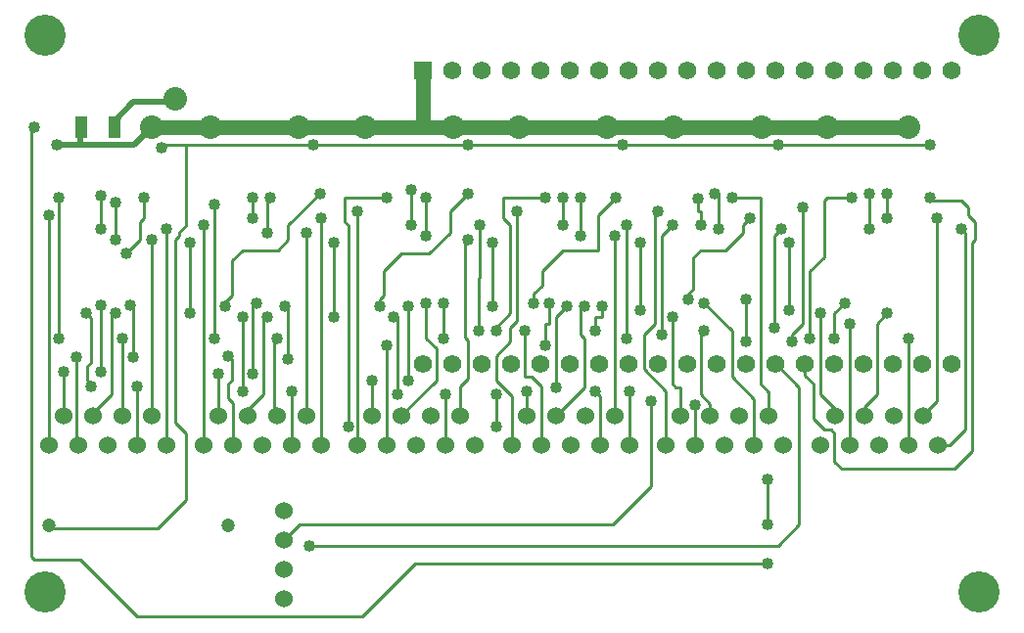
<source format=gbr>
G04 DesignSpark PCB Gerber Version 10.0 Build 5299*
%FSLAX35Y35*%
%MOIN*%
%ADD104R,0.04055X0.07362*%
%ADD101R,0.06142X0.06142*%
%ADD12C,0.01000*%
%ADD97C,0.02000*%
%ADD14C,0.04000*%
%ADD21C,0.04724*%
%ADD98C,0.05000*%
%ADD103C,0.06000*%
%ADD102C,0.06142*%
%ADD99C,0.08000*%
%ADD100C,0.14000*%
X0Y0D02*
D02*
D12*
X9000Y171500D02*
X7800Y170300D01*
Y25100D01*
X9000Y23900D01*
X24600D01*
X43800Y4700D01*
X120600D01*
X138600Y22700D01*
X258600D01*
X14100Y63100D02*
Y141500D01*
X17400Y99500D02*
Y147500D01*
X19100Y73100D02*
Y88100D01*
X24100Y63100D02*
X23400D01*
Y93100D01*
X28200Y83100D02*
Y83900D01*
X27000Y85100D01*
Y89900D01*
X28200Y91100D01*
Y106500D01*
X26600Y108100D01*
X29100Y73100D02*
Y74000D01*
X35400Y80300D01*
Y106700D01*
X36600Y107900D01*
X31600Y88100D02*
Y110600D01*
Y136700D02*
Y148100D01*
X36600Y133100D02*
Y145600D01*
X39100Y73100D02*
Y99500D01*
X42600Y93100D02*
Y110600D01*
X41600D01*
X44100Y63100D02*
Y83100D01*
X46200Y147500D02*
Y140300D01*
X45000Y139100D01*
Y133100D01*
X40200Y128300D01*
X49100Y73100D02*
Y133100D01*
X54100Y63100D02*
Y136700D01*
X60600Y165500D02*
Y137900D01*
X58200Y135500D01*
Y134300D01*
X57000Y133100D01*
Y70700D01*
X60600Y67100D01*
Y44300D01*
X51000Y34700D01*
X15000D01*
X14100Y35600D01*
X60600Y165500D02*
X52200D01*
Y164300D01*
X61800Y107900D02*
Y131900D01*
X66600Y63100D02*
Y137900D01*
X70200Y99500D02*
Y145100D01*
X71600Y73100D02*
Y87500D01*
X74100Y110300D02*
Y111800D01*
X76200Y113900D01*
Y125900D01*
X79800Y129500D01*
X91800D01*
X95400Y133100D01*
Y137900D01*
X106200Y148700D01*
X76600Y63100D02*
Y77500D01*
X75000Y79100D01*
Y83900D01*
X76200Y85100D01*
Y92300D01*
X75000Y93500D01*
X79800Y81500D02*
Y106700D01*
X81600Y73100D02*
Y74900D01*
X87000Y80300D01*
Y106700D01*
X88200D01*
X83400Y87500D02*
Y110300D01*
X84600Y111500D01*
X83400Y140300D02*
Y147500D01*
X88200Y135500D02*
Y146300D01*
X89400Y147500D01*
X91600Y73100D02*
X90600D01*
Y99500D01*
X91600D01*
X95400Y92300D02*
Y110300D01*
X94200D01*
X96600Y63100D02*
Y81500D01*
X101600Y73100D02*
Y135500D01*
X103800Y165500D02*
X60600D01*
X106600Y63100D02*
Y140300D01*
X111000Y106700D02*
Y131900D01*
X115800Y69500D02*
Y137900D01*
X114600Y139100D01*
Y147500D01*
X129000D01*
X119100Y63100D02*
Y142700D01*
X124100Y73100D02*
Y85100D01*
X126600Y110300D02*
Y112700D01*
X127800Y113900D01*
Y122300D01*
X133800Y128300D01*
X143400D01*
X150600Y135500D01*
Y142700D01*
X156600Y148700D01*
X129100Y63100D02*
Y97100D01*
X132600Y80300D02*
Y106700D01*
X131400D01*
X134100Y73100D02*
Y73400D01*
X145800Y85100D01*
Y95900D01*
X142200Y99500D01*
Y111500D01*
X136200Y85100D02*
Y110300D01*
X137400Y137900D02*
Y149900D01*
X142200Y134300D02*
Y147500D01*
X148200Y99500D02*
Y111500D01*
X149100Y63100D02*
Y80300D01*
X154100Y73100D02*
Y82600D01*
Y83100D01*
X156600Y85600D01*
Y98600D01*
X155600Y99600D01*
Y132100D01*
X156600Y133100D01*
Y165500D02*
X103800D01*
X160200Y101900D02*
Y119900D01*
X160600D01*
Y137900D01*
X165000Y110300D02*
Y131900D01*
X166200Y69500D02*
Y80300D01*
Y101900D02*
Y103100D01*
X171000Y107900D01*
Y137900D01*
X168600Y140300D01*
Y147500D01*
X183000D01*
X173400Y142700D02*
Y105500D01*
X171000Y103100D01*
Y98300D01*
X166200Y93500D01*
Y85100D01*
X171600Y79700D01*
Y63100D01*
X176600Y73100D02*
Y81500D01*
X179100Y111500D02*
Y114800D01*
X181800Y117500D01*
Y122300D01*
X189000Y129500D01*
X201000D01*
Y141500D01*
X207000Y147500D01*
X181600Y63100D02*
Y82900D01*
X178200Y86300D01*
X175800D01*
Y101900D01*
X183000Y97100D02*
Y104300D01*
X184200D01*
Y111500D01*
X186600Y73100D02*
X196200Y82700D01*
Y99500D01*
X195000Y100700D01*
Y110300D01*
X196200D01*
X186600Y82700D02*
Y106700D01*
X190200Y110300D01*
X189000Y137900D02*
Y147500D01*
X195000Y134300D02*
Y147500D01*
X199800Y101900D02*
Y106700D01*
X202200D01*
Y110300D01*
X201600Y63100D02*
Y79700D01*
X199800Y81500D01*
X206600Y73100D02*
Y134300D01*
X209400Y165500D02*
X156600D01*
X210600Y99500D02*
Y137900D01*
X211600Y63100D02*
Y81500D01*
X215400Y109100D02*
Y131900D01*
X219000Y77900D02*
Y49100D01*
X205800Y35900D01*
X99400D01*
X94100Y30600D01*
X222600Y100700D02*
Y134300D01*
X226200Y137900D01*
X224100Y63100D02*
Y81500D01*
X216600Y89000D01*
Y100700D01*
X220200Y104300D01*
Y141500D01*
X221400Y142700D01*
X229100Y73100D02*
Y82700D01*
X227400D01*
X226200Y83900D01*
Y106700D01*
X231600Y112700D02*
Y114500D01*
X233400Y116300D01*
Y127100D01*
X235800Y129500D01*
X244200D01*
X250200Y135500D01*
Y137900D01*
X252600Y140300D01*
X234100Y63100D02*
Y76700D01*
X235800Y137900D02*
Y142600D01*
X235100D01*
Y147100D01*
X239100Y73100D02*
Y77000D01*
X235800Y80300D01*
Y100700D01*
X237000Y101900D01*
X241800Y136700D02*
Y148700D01*
X240600D01*
X251400Y98300D02*
Y112700D01*
X254100Y63100D02*
Y78800D01*
X246600Y86300D01*
Y101900D01*
X237000Y111500D01*
X258600Y51500D02*
Y35900D01*
X259100Y73100D02*
Y81000D01*
X256200Y83900D01*
Y147500D01*
X246600D01*
X261000Y103100D02*
Y134300D01*
X263400Y136700D01*
X261305Y90600D02*
X261500D01*
X269400Y82700D01*
Y35900D01*
X262200Y28700D01*
X102600D01*
X262200Y165500D02*
X209400D01*
X265800Y109100D02*
Y131900D01*
X270600Y143900D02*
Y104300D01*
X267000Y100700D01*
Y98300D01*
X271305Y90600D02*
Y86795D01*
X274200Y83900D01*
Y71900D01*
X277800Y68300D01*
X280200D01*
X281400Y67100D01*
Y57500D01*
X283800Y55100D01*
X322200D01*
X328200Y61100D01*
Y131900D01*
X329400Y133100D01*
Y139100D01*
X327000Y141500D01*
Y143900D01*
X324600Y146300D01*
X315000D01*
X313800Y147500D01*
X273000Y99500D02*
Y122300D01*
X277800Y127100D01*
Y146300D01*
X279000Y147500D01*
X287400D01*
X281400Y99500D02*
Y107900D01*
X285000Y111500D01*
X281600Y73100D02*
Y75300D01*
X276600Y80300D01*
Y107900D01*
X286600Y63100D02*
Y104300D01*
X291600Y73100D02*
Y76100D01*
X295800Y80300D01*
Y104300D01*
X299400Y107900D01*
X293400Y136700D02*
Y148700D01*
X299400Y140300D02*
Y148700D01*
X306600Y63100D02*
Y99500D01*
X311600Y73100D02*
Y73300D01*
X316200Y77900D01*
Y140300D01*
X314100Y165500D02*
X262200D01*
X316600Y63100D02*
X320600D01*
X325800Y68300D01*
Y135500D01*
X324600Y136700D01*
D02*
D14*
X9000Y171500D03*
X14100Y141500D03*
X16600Y165500D03*
X17400Y99500D03*
Y147500D03*
X19100Y88100D03*
X23400Y93100D03*
X26600Y108100D03*
X28200Y83100D03*
X31600Y88100D03*
Y110600D03*
Y136700D03*
Y148100D03*
X36600Y107900D03*
Y133100D03*
Y145600D03*
X39100Y99500D03*
X40200Y128300D03*
X41600Y110600D03*
X42600Y93100D03*
X44100Y83100D03*
X46200Y147500D03*
X49100Y133100D03*
X52200Y164300D03*
X54100Y136700D03*
X61800Y107900D03*
Y131900D03*
X66600Y137900D03*
X70200Y99500D03*
Y145100D03*
X71600Y87500D03*
X74100Y110300D03*
X75000Y93500D03*
X79800Y81500D03*
Y106700D03*
X83400Y87500D03*
Y140300D03*
Y147500D03*
X84600Y111500D03*
X88200Y106700D03*
Y135500D03*
X89400Y147500D03*
X91600Y99500D03*
X94200Y110300D03*
X95400Y92300D03*
X96600Y81500D03*
X101600Y135500D03*
X102600Y28700D03*
X103800Y165500D03*
X106200Y148700D03*
X106600Y140300D03*
X111000Y106700D03*
Y131900D03*
X115800Y69500D03*
X119100Y142700D03*
X124100Y85100D03*
X126600Y110300D03*
X129000Y147500D03*
X129100Y97100D03*
X131400Y106700D03*
X132600Y80300D03*
X136200Y85100D03*
Y110300D03*
X137400Y137900D03*
Y149900D03*
X142200Y111500D03*
Y134300D03*
Y147500D03*
X148200Y99500D03*
Y111500D03*
X149100Y80300D03*
X156600Y133100D03*
Y148700D03*
Y165500D03*
X160200Y101900D03*
X160600Y137900D03*
X165000Y110300D03*
Y131900D03*
X166200Y69500D03*
Y80300D03*
Y101900D03*
X173400Y142700D03*
X175800Y101900D03*
X176600Y81500D03*
X179100Y111500D03*
X183000Y97100D03*
Y147500D03*
X184200Y111500D03*
X186600Y82700D03*
X189000Y137900D03*
Y147500D03*
X190200Y110300D03*
X195000Y134300D03*
Y147500D03*
X196200Y110300D03*
X199800Y81500D03*
Y101900D03*
X202200Y110300D03*
X206600Y134300D03*
X207000Y147500D03*
X209400Y165500D03*
X210600Y99500D03*
Y137900D03*
X211600Y81500D03*
X215400Y109100D03*
Y131900D03*
X219000Y77900D03*
X221400Y142700D03*
X222600Y100700D03*
X226200Y106700D03*
Y137900D03*
X231600Y112700D03*
X234100Y76700D03*
X235100Y147100D03*
X235800Y137900D03*
X237000Y101900D03*
Y111500D03*
X240600Y148700D03*
X241800Y136700D03*
X246600Y147500D03*
X251400Y98300D03*
Y112700D03*
X252600Y140300D03*
X258600Y22700D03*
Y35900D03*
Y51500D03*
X261000Y103100D03*
X262200Y165500D03*
X263400Y136700D03*
X265800Y109100D03*
Y131900D03*
X267000Y98300D03*
X270600Y143900D03*
X273000Y99500D03*
X276600Y107900D03*
X281400Y99500D03*
X285000Y111500D03*
X286600Y104300D03*
X287400Y147500D03*
X293400Y136700D03*
Y148700D03*
X299400Y107900D03*
Y140300D03*
Y148700D03*
X306600Y99500D03*
X313800Y147500D03*
X314100Y165500D03*
X316200Y140300D03*
X324600Y136700D03*
D02*
D21*
X14100Y35600D03*
X75124D03*
D02*
D97*
X16600Y165500D02*
X24600D01*
Y171091D01*
X25009Y171500D01*
X24600Y165500D02*
X43100D01*
X49100Y171500D01*
X36191D02*
Y173491D01*
X42600Y179900D01*
X55800D01*
D02*
D98*
X49100Y171500D02*
X69100D01*
X55800Y179900D02*
X57000Y181100D01*
X69100Y171500D02*
X99100D01*
X121600D02*
X99100D01*
X141305D02*
X151600D01*
X141305D02*
X121600D01*
X141305Y190600D02*
Y171500D01*
X151600D02*
X174100D01*
X204100D01*
X226600D01*
X256600D01*
X279100D01*
X306600D01*
D02*
D99*
X49100D03*
X57000Y181100D03*
X69100Y171500D03*
X99100D03*
X121600D03*
X151600D03*
X174100D03*
X204100D03*
X226600D03*
X256600D03*
X279100D03*
X306600D03*
D02*
D100*
X12600Y13100D03*
Y202700D03*
X330600Y13100D03*
Y202700D03*
D02*
D101*
X141305Y190600D03*
D02*
D102*
Y90600D03*
X151305D03*
Y190600D03*
X161305Y90600D03*
Y190600D03*
X171305Y90600D03*
Y190600D03*
X181305Y90600D03*
Y190600D03*
X191305Y90600D03*
Y190600D03*
X201305Y90600D03*
Y190600D03*
X211305Y90600D03*
Y190600D03*
X221305Y90600D03*
Y190600D03*
X231305Y90600D03*
Y190600D03*
X241305Y90600D03*
Y190600D03*
X251305Y90600D03*
Y190600D03*
X261305Y90600D03*
Y190600D03*
X271305Y90600D03*
Y190600D03*
X281305Y90600D03*
Y190600D03*
X291305Y90600D03*
Y190600D03*
X301305Y90600D03*
Y190600D03*
X311305Y90600D03*
Y190600D03*
X321305Y90600D03*
Y190600D03*
D02*
D103*
X14100Y63100D03*
X19100Y73100D03*
X24100Y63100D03*
X29100Y73100D03*
X34100Y63100D03*
X39100Y73100D03*
X44100Y63100D03*
X49100Y73100D03*
X54100Y63100D03*
X66600D03*
X71600Y73100D03*
X76600Y63100D03*
X81600Y73100D03*
X86600Y63100D03*
X91600Y73100D03*
X94100Y10600D03*
Y20600D03*
Y30600D03*
Y40600D03*
X96600Y63100D03*
X101600Y73100D03*
X106600Y63100D03*
X119100D03*
X124100Y73100D03*
X129100Y63100D03*
X134100Y73100D03*
X139100Y63100D03*
X144100Y73100D03*
X149100Y63100D03*
X154100Y73100D03*
X159100Y63100D03*
X171600D03*
X176600Y73100D03*
X181600Y63100D03*
X186600Y73100D03*
X191600Y63100D03*
X196600Y73100D03*
X201600Y63100D03*
X206600Y73100D03*
X211600Y63100D03*
X224100D03*
X229100Y73100D03*
X234100Y63100D03*
X239100Y73100D03*
X244100Y63100D03*
X249100Y73100D03*
X254100Y63100D03*
X259100Y73100D03*
X264100Y63100D03*
X276600D03*
X281600Y73100D03*
X286600Y63100D03*
X291600Y73100D03*
X296600Y63100D03*
X301600Y73100D03*
X306600Y63100D03*
X311600Y73100D03*
X316600Y63100D03*
D02*
D104*
X25009Y171500D03*
X36191D03*
X0Y0D02*
M02*

</source>
